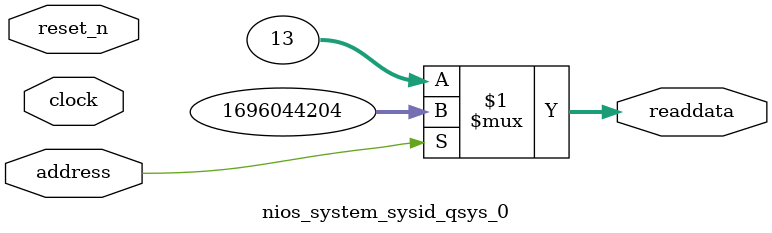
<source format=v>



// synthesis translate_off
`timescale 1ns / 1ps
// synthesis translate_on

// turn off superfluous verilog processor warnings 
// altera message_level Level1 
// altera message_off 10034 10035 10036 10037 10230 10240 10030 

module nios_system_sysid_qsys_0 (
               // inputs:
                address,
                clock,
                reset_n,

               // outputs:
                readdata
             )
;

  output  [ 31: 0] readdata;
  input            address;
  input            clock;
  input            reset_n;

  wire    [ 31: 0] readdata;
  //control_slave, which is an e_avalon_slave
  assign readdata = address ? 1696044204 : 13;

endmodule



</source>
